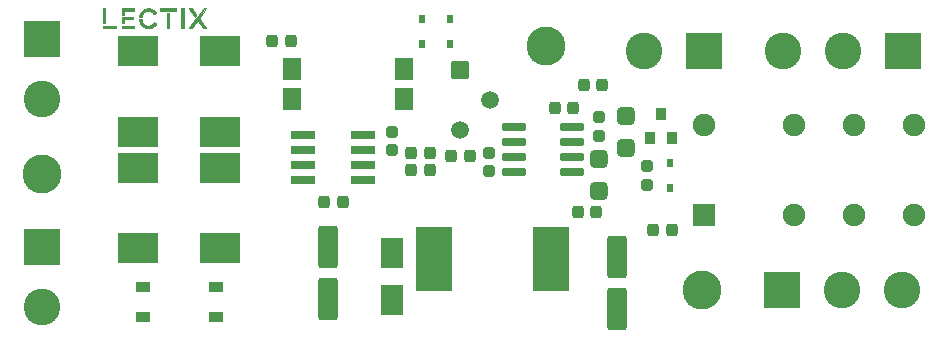
<source format=gts>
G04 #@! TF.GenerationSoftware,KiCad,Pcbnew,6.0.9-8da3e8f707~116~ubuntu20.04.1*
G04 #@! TF.CreationDate,2023-03-26T15:22:19+00:00*
G04 #@! TF.ProjectId,LEC000043,4c454330-3030-4303-9433-2e6b69636164,rev?*
G04 #@! TF.SameCoordinates,Original*
G04 #@! TF.FileFunction,Soldermask,Top*
G04 #@! TF.FilePolarity,Negative*
%FSLAX46Y46*%
G04 Gerber Fmt 4.6, Leading zero omitted, Abs format (unit mm)*
G04 Created by KiCad (PCBNEW 6.0.9-8da3e8f707~116~ubuntu20.04.1) date 2023-03-26 15:22:19*
%MOMM*%
%LPD*%
G01*
G04 APERTURE LIST*
G04 Aperture macros list*
%AMRoundRect*
0 Rectangle with rounded corners*
0 $1 Rounding radius*
0 $2 $3 $4 $5 $6 $7 $8 $9 X,Y pos of 4 corners*
0 Add a 4 corners polygon primitive as box body*
4,1,4,$2,$3,$4,$5,$6,$7,$8,$9,$2,$3,0*
0 Add four circle primitives for the rounded corners*
1,1,$1+$1,$2,$3*
1,1,$1+$1,$4,$5*
1,1,$1+$1,$6,$7*
1,1,$1+$1,$8,$9*
0 Add four rect primitives between the rounded corners*
20,1,$1+$1,$2,$3,$4,$5,0*
20,1,$1+$1,$4,$5,$6,$7,0*
20,1,$1+$1,$6,$7,$8,$9,0*
20,1,$1+$1,$8,$9,$2,$3,0*%
G04 Aperture macros list end*
%ADD10C,0.010000*%
%ADD11RoundRect,0.269750X0.218750X0.256250X-0.218750X0.256250X-0.218750X-0.256250X0.218750X-0.256250X0*%
%ADD12RoundRect,0.300600X-0.550400X1.500400X-0.550400X-1.500400X0.550400X-1.500400X0.550400X1.500400X0*%
%ADD13RoundRect,0.051000X0.225000X-0.300000X0.225000X0.300000X-0.225000X0.300000X-0.225000X-0.300000X0*%
%ADD14RoundRect,0.051000X-1.650000X-1.250000X1.650000X-1.250000X1.650000X1.250000X-1.650000X1.250000X0*%
%ADD15RoundRect,0.051000X1.650000X1.250000X-1.650000X1.250000X-1.650000X-1.250000X1.650000X-1.250000X0*%
%ADD16RoundRect,0.051000X-0.900000X1.250000X-0.900000X-1.250000X0.900000X-1.250000X0.900000X1.250000X0*%
%ADD17RoundRect,0.269750X0.256250X-0.218750X0.256250X0.218750X-0.256250X0.218750X-0.256250X-0.218750X0*%
%ADD18RoundRect,0.051000X1.500000X1.500000X-1.500000X1.500000X-1.500000X-1.500000X1.500000X-1.500000X0*%
%ADD19C,3.102000*%
%ADD20RoundRect,0.051000X-1.500000X1.500000X-1.500000X-1.500000X1.500000X-1.500000X1.500000X1.500000X0*%
%ADD21RoundRect,0.051000X-1.500000X-1.500000X1.500000X-1.500000X1.500000X1.500000X-1.500000X1.500000X0*%
%ADD22RoundRect,0.269750X-0.218750X-0.256250X0.218750X-0.256250X0.218750X0.256250X-0.218750X0.256250X0*%
%ADD23RoundRect,0.051000X-0.750000X-0.890000X0.750000X-0.890000X0.750000X0.890000X-0.750000X0.890000X0*%
%ADD24RoundRect,0.213500X0.825000X0.162500X-0.825000X0.162500X-0.825000X-0.162500X0.825000X-0.162500X0*%
%ADD25C,1.902000*%
%ADD26RoundRect,0.051000X0.900000X-0.900000X0.900000X0.900000X-0.900000X0.900000X-0.900000X-0.900000X0*%
%ADD27C,3.302000*%
%ADD28RoundRect,0.300999X-0.425001X0.450001X-0.425001X-0.450001X0.425001X-0.450001X0.425001X0.450001X0*%
%ADD29RoundRect,0.269750X-0.256250X0.218750X-0.256250X-0.218750X0.256250X-0.218750X0.256250X0.218750X0*%
%ADD30RoundRect,0.201000X-0.825000X-0.150000X0.825000X-0.150000X0.825000X0.150000X-0.825000X0.150000X0*%
%ADD31RoundRect,0.051000X1.450000X2.700000X-1.450000X2.700000X-1.450000X-2.700000X1.450000X-2.700000X0*%
%ADD32RoundRect,0.051000X0.500000X0.400000X-0.500000X0.400000X-0.500000X-0.400000X0.500000X-0.400000X0*%
%ADD33RoundRect,0.051000X-0.700000X0.700000X-0.700000X-0.700000X0.700000X-0.700000X0.700000X0.700000X0*%
%ADD34C,1.502000*%
%ADD35RoundRect,0.300600X0.550400X-1.500400X0.550400X1.500400X-0.550400X1.500400X-0.550400X-1.500400X0*%
%ADD36RoundRect,0.051000X0.400000X-0.450000X0.400000X0.450000X-0.400000X0.450000X-0.400000X-0.450000X0*%
%ADD37RoundRect,0.051000X-0.225000X0.300000X-0.225000X-0.300000X0.225000X-0.300000X0.225000X0.300000X0*%
%ADD38RoundRect,0.276000X-0.250000X0.225000X-0.250000X-0.225000X0.250000X-0.225000X0.250000X0.225000X0*%
G04 APERTURE END LIST*
G04 #@! TO.C,LOGO1*
G36*
X12368133Y30728885D02*
G01*
X12389873Y30728102D01*
X12408400Y30726865D01*
X12416804Y30725987D01*
X12478460Y30715889D01*
X12538406Y30701142D01*
X12596426Y30681880D01*
X12652304Y30658240D01*
X12705825Y30630358D01*
X12756774Y30598368D01*
X12804936Y30562408D01*
X12850095Y30522612D01*
X12892035Y30479116D01*
X12930541Y30432056D01*
X12965399Y30381567D01*
X12966677Y30379538D01*
X12972874Y30369396D01*
X12977797Y30360824D01*
X12980956Y30354716D01*
X12981857Y30351966D01*
X12981851Y30351954D01*
X12979540Y30350206D01*
X12973508Y30346064D01*
X12964300Y30339884D01*
X12952465Y30332024D01*
X12938551Y30322841D01*
X12923105Y30312692D01*
X12906674Y30301934D01*
X12889807Y30290925D01*
X12873051Y30280021D01*
X12856953Y30269581D01*
X12842062Y30259961D01*
X12828924Y30251518D01*
X12818089Y30244610D01*
X12810102Y30239593D01*
X12805512Y30236826D01*
X12804718Y30236416D01*
X12801892Y30237282D01*
X12797829Y30241905D01*
X12792229Y30250661D01*
X12789108Y30256086D01*
X12772013Y30283572D01*
X12751351Y30311998D01*
X12728153Y30340148D01*
X12703452Y30366803D01*
X12678280Y30390746D01*
X12666404Y30400860D01*
X12625770Y30430828D01*
X12582171Y30456873D01*
X12536120Y30478774D01*
X12488132Y30496310D01*
X12438721Y30509260D01*
X12398376Y30516187D01*
X12376870Y30518232D01*
X12352145Y30519278D01*
X12325684Y30519363D01*
X12298969Y30518520D01*
X12273481Y30516786D01*
X12250703Y30514196D01*
X12239750Y30512397D01*
X12189210Y30500392D01*
X12140699Y30483901D01*
X12094458Y30463143D01*
X12050728Y30438334D01*
X12009750Y30409692D01*
X11971765Y30377434D01*
X11937014Y30341777D01*
X11905738Y30302938D01*
X11878176Y30261136D01*
X11854572Y30216587D01*
X11835164Y30169508D01*
X11825123Y30138379D01*
X11814480Y30093948D01*
X11807852Y30047895D01*
X11805356Y30009855D01*
X11803952Y29968580D01*
X11582955Y29968580D01*
X11584431Y30013665D01*
X11588875Y30073235D01*
X11598163Y30131781D01*
X11612120Y30189055D01*
X11630567Y30244808D01*
X11653329Y30298794D01*
X11680230Y30350761D01*
X11711092Y30400463D01*
X11745740Y30447651D01*
X11783997Y30492077D01*
X11825686Y30533490D01*
X11870632Y30571645D01*
X11918657Y30606291D01*
X11969585Y30637180D01*
X12023240Y30664064D01*
X12056124Y30677954D01*
X12109001Y30696535D01*
X12163713Y30711237D01*
X12221129Y30722284D01*
X12236464Y30724566D01*
X12252643Y30726312D01*
X12272706Y30727661D01*
X12295468Y30728601D01*
X12319749Y30729125D01*
X12344365Y30729223D01*
X12368133Y30728885D01*
G37*
D10*
X12368133Y30728885D02*
X12389873Y30728102D01*
X12408400Y30726865D01*
X12416804Y30725987D01*
X12478460Y30715889D01*
X12538406Y30701142D01*
X12596426Y30681880D01*
X12652304Y30658240D01*
X12705825Y30630358D01*
X12756774Y30598368D01*
X12804936Y30562408D01*
X12850095Y30522612D01*
X12892035Y30479116D01*
X12930541Y30432056D01*
X12965399Y30381567D01*
X12966677Y30379538D01*
X12972874Y30369396D01*
X12977797Y30360824D01*
X12980956Y30354716D01*
X12981857Y30351966D01*
X12981851Y30351954D01*
X12979540Y30350206D01*
X12973508Y30346064D01*
X12964300Y30339884D01*
X12952465Y30332024D01*
X12938551Y30322841D01*
X12923105Y30312692D01*
X12906674Y30301934D01*
X12889807Y30290925D01*
X12873051Y30280021D01*
X12856953Y30269581D01*
X12842062Y30259961D01*
X12828924Y30251518D01*
X12818089Y30244610D01*
X12810102Y30239593D01*
X12805512Y30236826D01*
X12804718Y30236416D01*
X12801892Y30237282D01*
X12797829Y30241905D01*
X12792229Y30250661D01*
X12789108Y30256086D01*
X12772013Y30283572D01*
X12751351Y30311998D01*
X12728153Y30340148D01*
X12703452Y30366803D01*
X12678280Y30390746D01*
X12666404Y30400860D01*
X12625770Y30430828D01*
X12582171Y30456873D01*
X12536120Y30478774D01*
X12488132Y30496310D01*
X12438721Y30509260D01*
X12398376Y30516187D01*
X12376870Y30518232D01*
X12352145Y30519278D01*
X12325684Y30519363D01*
X12298969Y30518520D01*
X12273481Y30516786D01*
X12250703Y30514196D01*
X12239750Y30512397D01*
X12189210Y30500392D01*
X12140699Y30483901D01*
X12094458Y30463143D01*
X12050728Y30438334D01*
X12009750Y30409692D01*
X11971765Y30377434D01*
X11937014Y30341777D01*
X11905738Y30302938D01*
X11878176Y30261136D01*
X11854572Y30216587D01*
X11835164Y30169508D01*
X11825123Y30138379D01*
X11814480Y30093948D01*
X11807852Y30047895D01*
X11805356Y30009855D01*
X11803952Y29968580D01*
X11582955Y29968580D01*
X11584431Y30013665D01*
X11588875Y30073235D01*
X11598163Y30131781D01*
X11612120Y30189055D01*
X11630567Y30244808D01*
X11653329Y30298794D01*
X11680230Y30350761D01*
X11711092Y30400463D01*
X11745740Y30447651D01*
X11783997Y30492077D01*
X11825686Y30533490D01*
X11870632Y30571645D01*
X11918657Y30606291D01*
X11969585Y30637180D01*
X12023240Y30664064D01*
X12056124Y30677954D01*
X12109001Y30696535D01*
X12163713Y30711237D01*
X12221129Y30722284D01*
X12236464Y30724566D01*
X12252643Y30726312D01*
X12272706Y30727661D01*
X12295468Y30728601D01*
X12319749Y30729125D01*
X12344365Y30729223D01*
X12368133Y30728885D01*
G36*
X15360664Y29054180D02*
G01*
X15139684Y29054180D01*
X15139684Y30725500D01*
X15360664Y30725500D01*
X15360664Y29054180D01*
G37*
X15360664Y29054180D02*
X15139684Y29054180D01*
X15139684Y30725500D01*
X15360664Y30725500D01*
X15360664Y29054180D01*
G36*
X16002892Y30725500D02*
G01*
X16208193Y30442956D01*
X16232723Y30409165D01*
X16256417Y30376463D01*
X16279104Y30345091D01*
X16300613Y30315286D01*
X16320772Y30287289D01*
X16339411Y30261337D01*
X16356359Y30237671D01*
X16371444Y30216530D01*
X16384495Y30198152D01*
X16395342Y30182777D01*
X16403813Y30170644D01*
X16409738Y30161991D01*
X16412945Y30157058D01*
X16413494Y30155979D01*
X16412053Y30152999D01*
X16408001Y30146561D01*
X16401741Y30137221D01*
X16393679Y30125539D01*
X16384217Y30112072D01*
X16373762Y30097378D01*
X16362717Y30082016D01*
X16351486Y30066543D01*
X16340475Y30051517D01*
X16330086Y30037496D01*
X16320725Y30025038D01*
X16312796Y30014702D01*
X16306703Y30007045D01*
X16302851Y30002625D01*
X16301734Y30001753D01*
X16299995Y30003777D01*
X16295428Y30009705D01*
X16288188Y30019329D01*
X16278426Y30032439D01*
X16266297Y30048826D01*
X16251953Y30068281D01*
X16235549Y30090595D01*
X16217237Y30115558D01*
X16197171Y30142963D01*
X16175503Y30172598D01*
X16152389Y30204257D01*
X16127980Y30237728D01*
X16102430Y30272804D01*
X16075892Y30309276D01*
X16048520Y30346933D01*
X16040114Y30358507D01*
X16012482Y30396555D01*
X15985631Y30433532D01*
X15959713Y30469228D01*
X15934884Y30503428D01*
X15911298Y30535919D01*
X15889110Y30566489D01*
X15868473Y30594925D01*
X15849542Y30621015D01*
X15832472Y30644544D01*
X15817417Y30665301D01*
X15804532Y30683073D01*
X15793971Y30697646D01*
X15785888Y30708808D01*
X15780438Y30716346D01*
X15777775Y30720048D01*
X15777549Y30720370D01*
X15776801Y30721583D01*
X15776639Y30722588D01*
X15777487Y30723405D01*
X15779768Y30724053D01*
X15783905Y30724551D01*
X15790323Y30724919D01*
X15799446Y30725177D01*
X15811696Y30725345D01*
X15827497Y30725441D01*
X15847273Y30725486D01*
X15871449Y30725500D01*
X15888478Y30725501D01*
X16002892Y30725500D01*
G37*
X16002892Y30725500D02*
X16208193Y30442956D01*
X16232723Y30409165D01*
X16256417Y30376463D01*
X16279104Y30345091D01*
X16300613Y30315286D01*
X16320772Y30287289D01*
X16339411Y30261337D01*
X16356359Y30237671D01*
X16371444Y30216530D01*
X16384495Y30198152D01*
X16395342Y30182777D01*
X16403813Y30170644D01*
X16409738Y30161991D01*
X16412945Y30157058D01*
X16413494Y30155979D01*
X16412053Y30152999D01*
X16408001Y30146561D01*
X16401741Y30137221D01*
X16393679Y30125539D01*
X16384217Y30112072D01*
X16373762Y30097378D01*
X16362717Y30082016D01*
X16351486Y30066543D01*
X16340475Y30051517D01*
X16330086Y30037496D01*
X16320725Y30025038D01*
X16312796Y30014702D01*
X16306703Y30007045D01*
X16302851Y30002625D01*
X16301734Y30001753D01*
X16299995Y30003777D01*
X16295428Y30009705D01*
X16288188Y30019329D01*
X16278426Y30032439D01*
X16266297Y30048826D01*
X16251953Y30068281D01*
X16235549Y30090595D01*
X16217237Y30115558D01*
X16197171Y30142963D01*
X16175503Y30172598D01*
X16152389Y30204257D01*
X16127980Y30237728D01*
X16102430Y30272804D01*
X16075892Y30309276D01*
X16048520Y30346933D01*
X16040114Y30358507D01*
X16012482Y30396555D01*
X15985631Y30433532D01*
X15959713Y30469228D01*
X15934884Y30503428D01*
X15911298Y30535919D01*
X15889110Y30566489D01*
X15868473Y30594925D01*
X15849542Y30621015D01*
X15832472Y30644544D01*
X15817417Y30665301D01*
X15804532Y30683073D01*
X15793971Y30697646D01*
X15785888Y30708808D01*
X15780438Y30716346D01*
X15777775Y30720048D01*
X15777549Y30720370D01*
X15776801Y30721583D01*
X15776639Y30722588D01*
X15777487Y30723405D01*
X15779768Y30724053D01*
X15783905Y30724551D01*
X15790323Y30724919D01*
X15799446Y30725177D01*
X15811696Y30725345D01*
X15827497Y30725441D01*
X15847273Y30725486D01*
X15871449Y30725500D01*
X15888478Y30725501D01*
X16002892Y30725500D01*
G36*
X11174744Y29046560D02*
G01*
X10082544Y29046560D01*
X10082544Y29270080D01*
X11174744Y29270080D01*
X11174744Y29046560D01*
G37*
X11174744Y29046560D02*
X10082544Y29046560D01*
X10082544Y29270080D01*
X11174744Y29270080D01*
X11174744Y29046560D01*
G36*
X8703324Y29447880D02*
G01*
X8482344Y29447880D01*
X8482344Y30722960D01*
X8703324Y30722960D01*
X8703324Y29447880D01*
G37*
X8703324Y29447880D02*
X8482344Y29447880D01*
X8482344Y30722960D01*
X8703324Y30722960D01*
X8703324Y29447880D01*
G36*
X11800326Y29764745D02*
G01*
X11805044Y29715358D01*
X11814638Y29666609D01*
X11828912Y29618874D01*
X11847667Y29572528D01*
X11870708Y29527945D01*
X11897837Y29485500D01*
X11928857Y29445568D01*
X11963572Y29408524D01*
X12001784Y29374742D01*
X12007864Y29369934D01*
X12047962Y29341807D01*
X12091269Y29317246D01*
X12137138Y29296509D01*
X12184923Y29279853D01*
X12233978Y29267534D01*
X12283657Y29259809D01*
X12284985Y29259669D01*
X12306341Y29258188D01*
X12330936Y29257723D01*
X12357094Y29258216D01*
X12383140Y29259607D01*
X12407399Y29261839D01*
X12426964Y29264631D01*
X12477344Y29276032D01*
X12526095Y29291989D01*
X12572897Y29312278D01*
X12617430Y29336674D01*
X12659371Y29364950D01*
X12698401Y29396881D01*
X12734199Y29432243D01*
X12766445Y29470811D01*
X12794817Y29512358D01*
X12805383Y29530430D01*
X12809688Y29538134D01*
X12812901Y29543838D01*
X12814343Y29546340D01*
X12814352Y29546352D01*
X12816642Y29545411D01*
X12822890Y29542414D01*
X12832546Y29537644D01*
X12845058Y29531383D01*
X12859874Y29523913D01*
X12876442Y29515516D01*
X12894212Y29506474D01*
X12912633Y29497070D01*
X12931151Y29487586D01*
X12949216Y29478303D01*
X12966277Y29469504D01*
X12981781Y29461470D01*
X12995178Y29454485D01*
X13005916Y29448830D01*
X13013443Y29444788D01*
X13017208Y29442640D01*
X13017503Y29442426D01*
X13018266Y29440524D01*
X13017574Y29437136D01*
X13015160Y29431754D01*
X13010753Y29423870D01*
X13004085Y29412978D01*
X12994887Y29398568D01*
X12991456Y29393270D01*
X12955669Y29342753D01*
X12916157Y29295544D01*
X12873177Y29251819D01*
X12826985Y29211755D01*
X12777839Y29175527D01*
X12725995Y29143310D01*
X12671710Y29115281D01*
X12615241Y29091614D01*
X12556846Y29072487D01*
X12503310Y29059392D01*
X12482375Y29055285D01*
X12463231Y29052063D01*
X12444710Y29049613D01*
X12425645Y29047823D01*
X12404868Y29046581D01*
X12381210Y29045774D01*
X12357114Y29045335D01*
X12338889Y29045140D01*
X12321995Y29045040D01*
X12307205Y29045034D01*
X12295291Y29045120D01*
X12287027Y29045296D01*
X12283454Y29045515D01*
X12277566Y29046259D01*
X12268234Y29047370D01*
X12257062Y29048659D01*
X12251704Y29049265D01*
X12195927Y29057953D01*
X12139931Y29071426D01*
X12084325Y29089455D01*
X12029718Y29111812D01*
X11976721Y29138269D01*
X11925943Y29168599D01*
X11917694Y29174045D01*
X11887722Y29194902D01*
X11860968Y29215347D01*
X11835866Y29236683D01*
X11810851Y29260210D01*
X11795642Y29275499D01*
X11753444Y29322344D01*
X11715540Y29371821D01*
X11682010Y29423764D01*
X11652938Y29478006D01*
X11628406Y29534382D01*
X11608498Y29592726D01*
X11593295Y29652871D01*
X11585111Y29698523D01*
X11583904Y29707739D01*
X11582501Y29720190D01*
X11581011Y29734693D01*
X11579542Y29750063D01*
X11578205Y29765115D01*
X11577109Y29778666D01*
X11576362Y29789530D01*
X11576074Y29796495D01*
X11578526Y29796893D01*
X11585545Y29797262D01*
X11596616Y29797595D01*
X11611228Y29797881D01*
X11628865Y29798114D01*
X11649015Y29798283D01*
X11671165Y29798380D01*
X11687443Y29798400D01*
X11798823Y29798400D01*
X11800326Y29764745D01*
G37*
X11800326Y29764745D02*
X11805044Y29715358D01*
X11814638Y29666609D01*
X11828912Y29618874D01*
X11847667Y29572528D01*
X11870708Y29527945D01*
X11897837Y29485500D01*
X11928857Y29445568D01*
X11963572Y29408524D01*
X12001784Y29374742D01*
X12007864Y29369934D01*
X12047962Y29341807D01*
X12091269Y29317246D01*
X12137138Y29296509D01*
X12184923Y29279853D01*
X12233978Y29267534D01*
X12283657Y29259809D01*
X12284985Y29259669D01*
X12306341Y29258188D01*
X12330936Y29257723D01*
X12357094Y29258216D01*
X12383140Y29259607D01*
X12407399Y29261839D01*
X12426964Y29264631D01*
X12477344Y29276032D01*
X12526095Y29291989D01*
X12572897Y29312278D01*
X12617430Y29336674D01*
X12659371Y29364950D01*
X12698401Y29396881D01*
X12734199Y29432243D01*
X12766445Y29470811D01*
X12794817Y29512358D01*
X12805383Y29530430D01*
X12809688Y29538134D01*
X12812901Y29543838D01*
X12814343Y29546340D01*
X12814352Y29546352D01*
X12816642Y29545411D01*
X12822890Y29542414D01*
X12832546Y29537644D01*
X12845058Y29531383D01*
X12859874Y29523913D01*
X12876442Y29515516D01*
X12894212Y29506474D01*
X12912633Y29497070D01*
X12931151Y29487586D01*
X12949216Y29478303D01*
X12966277Y29469504D01*
X12981781Y29461470D01*
X12995178Y29454485D01*
X13005916Y29448830D01*
X13013443Y29444788D01*
X13017208Y29442640D01*
X13017503Y29442426D01*
X13018266Y29440524D01*
X13017574Y29437136D01*
X13015160Y29431754D01*
X13010753Y29423870D01*
X13004085Y29412978D01*
X12994887Y29398568D01*
X12991456Y29393270D01*
X12955669Y29342753D01*
X12916157Y29295544D01*
X12873177Y29251819D01*
X12826985Y29211755D01*
X12777839Y29175527D01*
X12725995Y29143310D01*
X12671710Y29115281D01*
X12615241Y29091614D01*
X12556846Y29072487D01*
X12503310Y29059392D01*
X12482375Y29055285D01*
X12463231Y29052063D01*
X12444710Y29049613D01*
X12425645Y29047823D01*
X12404868Y29046581D01*
X12381210Y29045774D01*
X12357114Y29045335D01*
X12338889Y29045140D01*
X12321995Y29045040D01*
X12307205Y29045034D01*
X12295291Y29045120D01*
X12287027Y29045296D01*
X12283454Y29045515D01*
X12277566Y29046259D01*
X12268234Y29047370D01*
X12257062Y29048659D01*
X12251704Y29049265D01*
X12195927Y29057953D01*
X12139931Y29071426D01*
X12084325Y29089455D01*
X12029718Y29111812D01*
X11976721Y29138269D01*
X11925943Y29168599D01*
X11917694Y29174045D01*
X11887722Y29194902D01*
X11860968Y29215347D01*
X11835866Y29236683D01*
X11810851Y29260210D01*
X11795642Y29275499D01*
X11753444Y29322344D01*
X11715540Y29371821D01*
X11682010Y29423764D01*
X11652938Y29478006D01*
X11628406Y29534382D01*
X11608498Y29592726D01*
X11593295Y29652871D01*
X11585111Y29698523D01*
X11583904Y29707739D01*
X11582501Y29720190D01*
X11581011Y29734693D01*
X11579542Y29750063D01*
X11578205Y29765115D01*
X11577109Y29778666D01*
X11576362Y29789530D01*
X11576074Y29796495D01*
X11578526Y29796893D01*
X11585545Y29797262D01*
X11596616Y29797595D01*
X11611228Y29797881D01*
X11628865Y29798114D01*
X11649015Y29798283D01*
X11671165Y29798380D01*
X11687443Y29798400D01*
X11798823Y29798400D01*
X11800326Y29764745D01*
G36*
X17118228Y30719908D02*
G01*
X17136774Y30719812D01*
X17250220Y30719150D01*
X16944072Y30300817D01*
X16913988Y30259702D01*
X16884711Y30219675D01*
X16856382Y30180931D01*
X16829141Y30143662D01*
X16803130Y30108060D01*
X16778490Y30074320D01*
X16755360Y30042634D01*
X16733881Y30013194D01*
X16714195Y29986194D01*
X16696442Y29961828D01*
X16680763Y29940287D01*
X16667298Y29921764D01*
X16656189Y29906454D01*
X16647575Y29894548D01*
X16641598Y29886240D01*
X16638398Y29881723D01*
X16637870Y29880913D01*
X16639331Y29878731D01*
X16643631Y29872630D01*
X16650627Y29862808D01*
X16660180Y29849459D01*
X16672148Y29832780D01*
X16686389Y29812968D01*
X16702762Y29790217D01*
X16721126Y29764725D01*
X16741340Y29736686D01*
X16763261Y29706299D01*
X16786749Y29673757D01*
X16811663Y29639258D01*
X16837862Y29602997D01*
X16865203Y29565171D01*
X16893546Y29525975D01*
X16922749Y29485605D01*
X16934595Y29469234D01*
X16964114Y29428436D01*
X16992837Y29388726D01*
X17020623Y29350299D01*
X17047329Y29313353D01*
X17072813Y29278084D01*
X17096934Y29244690D01*
X17119550Y29213365D01*
X17140519Y29184308D01*
X17159699Y29157715D01*
X17176949Y29133782D01*
X17192126Y29112707D01*
X17205088Y29094685D01*
X17215694Y29079914D01*
X17223802Y29068589D01*
X17229270Y29060909D01*
X17231957Y29057068D01*
X17232220Y29056653D01*
X17229940Y29056019D01*
X17222746Y29055478D01*
X17210802Y29055031D01*
X17194273Y29054683D01*
X17173324Y29054437D01*
X17148120Y29054297D01*
X17119190Y29054266D01*
X17005314Y29054351D01*
X16764014Y29388220D01*
X16737450Y29424963D01*
X16711689Y29460574D01*
X16686889Y29494837D01*
X16663207Y29527534D01*
X16640800Y29558450D01*
X16619826Y29587368D01*
X16600441Y29614071D01*
X16582804Y29638342D01*
X16567071Y29659966D01*
X16553399Y29678726D01*
X16541947Y29694404D01*
X16532872Y29706785D01*
X16526330Y29715653D01*
X16522480Y29720789D01*
X16521444Y29722067D01*
X16519830Y29720050D01*
X16515379Y29714146D01*
X16508248Y29704573D01*
X16498598Y29691545D01*
X16486585Y29675278D01*
X16472371Y29655990D01*
X16456112Y29633894D01*
X16437968Y29609209D01*
X16418097Y29582149D01*
X16396658Y29552930D01*
X16373811Y29521769D01*
X16349713Y29488881D01*
X16324524Y29454482D01*
X16298401Y29418789D01*
X16277604Y29390356D01*
X16250849Y29353786D01*
X16224889Y29318333D01*
X16199885Y29284214D01*
X16175996Y29251645D01*
X16153382Y29220844D01*
X16132203Y29192027D01*
X16112617Y29165411D01*
X16094787Y29141213D01*
X16078870Y29119650D01*
X16065026Y29100939D01*
X16053417Y29085296D01*
X16044200Y29072939D01*
X16037537Y29064084D01*
X16033586Y29058949D01*
X16032494Y29057665D01*
X16029498Y29057471D01*
X16021949Y29057320D01*
X16010374Y29057211D01*
X15995299Y29057147D01*
X15977251Y29057130D01*
X15956757Y29057161D01*
X15934343Y29057241D01*
X15917572Y29057328D01*
X15805191Y29057990D01*
X16411149Y29886030D01*
X16453641Y29944093D01*
X16495381Y30001122D01*
X16536267Y30056981D01*
X16576200Y30111531D01*
X16615078Y30164637D01*
X16652802Y30216161D01*
X16689271Y30265964D01*
X16724383Y30313911D01*
X16758039Y30359864D01*
X16790138Y30403686D01*
X16820579Y30445239D01*
X16849262Y30484386D01*
X16876086Y30520989D01*
X16900951Y30554913D01*
X16923756Y30586019D01*
X16944401Y30614169D01*
X16962784Y30639228D01*
X16978806Y30661057D01*
X16992365Y30679519D01*
X17003361Y30694478D01*
X17011695Y30705795D01*
X17017264Y30713333D01*
X17019969Y30716956D01*
X17020218Y30717272D01*
X17022053Y30718064D01*
X17026117Y30718708D01*
X17032784Y30719211D01*
X17042428Y30719582D01*
X17055421Y30719829D01*
X17072136Y30719961D01*
X17092948Y30719984D01*
X17118228Y30719908D01*
G37*
X17118228Y30719908D02*
X17136774Y30719812D01*
X17250220Y30719150D01*
X16944072Y30300817D01*
X16913988Y30259702D01*
X16884711Y30219675D01*
X16856382Y30180931D01*
X16829141Y30143662D01*
X16803130Y30108060D01*
X16778490Y30074320D01*
X16755360Y30042634D01*
X16733881Y30013194D01*
X16714195Y29986194D01*
X16696442Y29961828D01*
X16680763Y29940287D01*
X16667298Y29921764D01*
X16656189Y29906454D01*
X16647575Y29894548D01*
X16641598Y29886240D01*
X16638398Y29881723D01*
X16637870Y29880913D01*
X16639331Y29878731D01*
X16643631Y29872630D01*
X16650627Y29862808D01*
X16660180Y29849459D01*
X16672148Y29832780D01*
X16686389Y29812968D01*
X16702762Y29790217D01*
X16721126Y29764725D01*
X16741340Y29736686D01*
X16763261Y29706299D01*
X16786749Y29673757D01*
X16811663Y29639258D01*
X16837862Y29602997D01*
X16865203Y29565171D01*
X16893546Y29525975D01*
X16922749Y29485605D01*
X16934595Y29469234D01*
X16964114Y29428436D01*
X16992837Y29388726D01*
X17020623Y29350299D01*
X17047329Y29313353D01*
X17072813Y29278084D01*
X17096934Y29244690D01*
X17119550Y29213365D01*
X17140519Y29184308D01*
X17159699Y29157715D01*
X17176949Y29133782D01*
X17192126Y29112707D01*
X17205088Y29094685D01*
X17215694Y29079914D01*
X17223802Y29068589D01*
X17229270Y29060909D01*
X17231957Y29057068D01*
X17232220Y29056653D01*
X17229940Y29056019D01*
X17222746Y29055478D01*
X17210802Y29055031D01*
X17194273Y29054683D01*
X17173324Y29054437D01*
X17148120Y29054297D01*
X17119190Y29054266D01*
X17005314Y29054351D01*
X16764014Y29388220D01*
X16737450Y29424963D01*
X16711689Y29460574D01*
X16686889Y29494837D01*
X16663207Y29527534D01*
X16640800Y29558450D01*
X16619826Y29587368D01*
X16600441Y29614071D01*
X16582804Y29638342D01*
X16567071Y29659966D01*
X16553399Y29678726D01*
X16541947Y29694404D01*
X16532872Y29706785D01*
X16526330Y29715653D01*
X16522480Y29720789D01*
X16521444Y29722067D01*
X16519830Y29720050D01*
X16515379Y29714146D01*
X16508248Y29704573D01*
X16498598Y29691545D01*
X16486585Y29675278D01*
X16472371Y29655990D01*
X16456112Y29633894D01*
X16437968Y29609209D01*
X16418097Y29582149D01*
X16396658Y29552930D01*
X16373811Y29521769D01*
X16349713Y29488881D01*
X16324524Y29454482D01*
X16298401Y29418789D01*
X16277604Y29390356D01*
X16250849Y29353786D01*
X16224889Y29318333D01*
X16199885Y29284214D01*
X16175996Y29251645D01*
X16153382Y29220844D01*
X16132203Y29192027D01*
X16112617Y29165411D01*
X16094787Y29141213D01*
X16078870Y29119650D01*
X16065026Y29100939D01*
X16053417Y29085296D01*
X16044200Y29072939D01*
X16037537Y29064084D01*
X16033586Y29058949D01*
X16032494Y29057665D01*
X16029498Y29057471D01*
X16021949Y29057320D01*
X16010374Y29057211D01*
X15995299Y29057147D01*
X15977251Y29057130D01*
X15956757Y29057161D01*
X15934343Y29057241D01*
X15917572Y29057328D01*
X15805191Y29057990D01*
X16411149Y29886030D01*
X16453641Y29944093D01*
X16495381Y30001122D01*
X16536267Y30056981D01*
X16576200Y30111531D01*
X16615078Y30164637D01*
X16652802Y30216161D01*
X16689271Y30265964D01*
X16724383Y30313911D01*
X16758039Y30359864D01*
X16790138Y30403686D01*
X16820579Y30445239D01*
X16849262Y30484386D01*
X16876086Y30520989D01*
X16900951Y30554913D01*
X16923756Y30586019D01*
X16944401Y30614169D01*
X16962784Y30639228D01*
X16978806Y30661057D01*
X16992365Y30679519D01*
X17003361Y30694478D01*
X17011695Y30705795D01*
X17017264Y30713333D01*
X17019969Y30716956D01*
X17020218Y30717272D01*
X17022053Y30718064D01*
X17026117Y30718708D01*
X17032784Y30719211D01*
X17042428Y30719582D01*
X17055421Y30719829D01*
X17072136Y30719961D01*
X17092948Y30719984D01*
X17118228Y30719908D01*
G36*
X11174744Y30512140D02*
G01*
X10300984Y30512140D01*
X10300984Y30199720D01*
X10077464Y30199720D01*
X10077464Y30733120D01*
X11174744Y30733120D01*
X11174744Y30512140D01*
G37*
X11174744Y30512140D02*
X10300984Y30512140D01*
X10300984Y30199720D01*
X10077464Y30199720D01*
X10077464Y30733120D01*
X11174744Y30733120D01*
X11174744Y30512140D01*
G36*
X14692644Y30504520D02*
G01*
X13323584Y30504520D01*
X13323584Y30725500D01*
X14692644Y30725500D01*
X14692644Y30504520D01*
G37*
X14692644Y30504520D02*
X13323584Y30504520D01*
X13323584Y30725500D01*
X14692644Y30725500D01*
X14692644Y30504520D01*
G36*
X11060444Y29790780D02*
G01*
X10300984Y29790780D01*
X10300984Y29447880D01*
X10080004Y29447880D01*
X10080004Y30014300D01*
X11060444Y30014300D01*
X11060444Y29790780D01*
G37*
X11060444Y29790780D02*
X10300984Y29790780D01*
X10300984Y29447880D01*
X10080004Y29447880D01*
X10080004Y30014300D01*
X11060444Y30014300D01*
X11060444Y29790780D01*
G36*
X9630424Y29046560D02*
G01*
X8482344Y29046560D01*
X8482344Y29270080D01*
X9630424Y29270080D01*
X9630424Y29046560D01*
G37*
X9630424Y29046560D02*
X8482344Y29046560D01*
X8482344Y29270080D01*
X9630424Y29270080D01*
X9630424Y29046560D01*
G36*
X14113524Y29054180D02*
G01*
X13892544Y29054180D01*
X13892544Y30336880D01*
X14113524Y30336880D01*
X14113524Y29054180D01*
G37*
X14113524Y29054180D02*
X13892544Y29054180D01*
X13892544Y30336880D01*
X14113524Y30336880D01*
X14113524Y29054180D01*
G36*
X12368133Y30728885D02*
G01*
X12389873Y30728102D01*
X12408400Y30726865D01*
X12416804Y30725987D01*
X12478460Y30715889D01*
X12538406Y30701142D01*
X12596426Y30681880D01*
X12652304Y30658240D01*
X12705825Y30630358D01*
X12756774Y30598368D01*
X12804936Y30562408D01*
X12850095Y30522612D01*
X12892035Y30479116D01*
X12930541Y30432056D01*
X12965399Y30381567D01*
X12966677Y30379538D01*
X12972874Y30369396D01*
X12977797Y30360824D01*
X12980956Y30354716D01*
X12981857Y30351966D01*
X12981851Y30351954D01*
X12979540Y30350206D01*
X12973508Y30346064D01*
X12964300Y30339884D01*
X12952465Y30332024D01*
X12938551Y30322841D01*
X12923105Y30312692D01*
X12906674Y30301934D01*
X12889807Y30290925D01*
X12873051Y30280021D01*
X12856953Y30269581D01*
X12842062Y30259961D01*
X12828924Y30251518D01*
X12818089Y30244610D01*
X12810102Y30239593D01*
X12805512Y30236826D01*
X12804718Y30236416D01*
X12801892Y30237282D01*
X12797829Y30241905D01*
X12792229Y30250661D01*
X12789108Y30256086D01*
X12772013Y30283572D01*
X12751351Y30311998D01*
X12728153Y30340148D01*
X12703452Y30366803D01*
X12678280Y30390746D01*
X12666404Y30400860D01*
X12625770Y30430828D01*
X12582171Y30456873D01*
X12536120Y30478774D01*
X12488132Y30496310D01*
X12438721Y30509260D01*
X12398376Y30516187D01*
X12376870Y30518232D01*
X12352145Y30519278D01*
X12325684Y30519363D01*
X12298969Y30518520D01*
X12273481Y30516786D01*
X12250703Y30514196D01*
X12239750Y30512397D01*
X12189210Y30500392D01*
X12140699Y30483901D01*
X12094458Y30463143D01*
X12050728Y30438334D01*
X12009750Y30409692D01*
X11971765Y30377434D01*
X11937014Y30341777D01*
X11905738Y30302938D01*
X11878176Y30261136D01*
X11854572Y30216587D01*
X11835164Y30169508D01*
X11825123Y30138379D01*
X11814480Y30093948D01*
X11807852Y30047895D01*
X11805356Y30009855D01*
X11803952Y29968580D01*
X11582955Y29968580D01*
X11584431Y30013665D01*
X11588875Y30073235D01*
X11598163Y30131781D01*
X11612120Y30189055D01*
X11630567Y30244808D01*
X11653329Y30298794D01*
X11680230Y30350761D01*
X11711092Y30400463D01*
X11745740Y30447651D01*
X11783997Y30492077D01*
X11825686Y30533490D01*
X11870632Y30571645D01*
X11918657Y30606291D01*
X11969585Y30637180D01*
X12023240Y30664064D01*
X12056124Y30677954D01*
X12109001Y30696535D01*
X12163713Y30711237D01*
X12221129Y30722284D01*
X12236464Y30724566D01*
X12252643Y30726312D01*
X12272706Y30727661D01*
X12295468Y30728601D01*
X12319749Y30729125D01*
X12344365Y30729223D01*
X12368133Y30728885D01*
G37*
X12368133Y30728885D02*
X12389873Y30728102D01*
X12408400Y30726865D01*
X12416804Y30725987D01*
X12478460Y30715889D01*
X12538406Y30701142D01*
X12596426Y30681880D01*
X12652304Y30658240D01*
X12705825Y30630358D01*
X12756774Y30598368D01*
X12804936Y30562408D01*
X12850095Y30522612D01*
X12892035Y30479116D01*
X12930541Y30432056D01*
X12965399Y30381567D01*
X12966677Y30379538D01*
X12972874Y30369396D01*
X12977797Y30360824D01*
X12980956Y30354716D01*
X12981857Y30351966D01*
X12981851Y30351954D01*
X12979540Y30350206D01*
X12973508Y30346064D01*
X12964300Y30339884D01*
X12952465Y30332024D01*
X12938551Y30322841D01*
X12923105Y30312692D01*
X12906674Y30301934D01*
X12889807Y30290925D01*
X12873051Y30280021D01*
X12856953Y30269581D01*
X12842062Y30259961D01*
X12828924Y30251518D01*
X12818089Y30244610D01*
X12810102Y30239593D01*
X12805512Y30236826D01*
X12804718Y30236416D01*
X12801892Y30237282D01*
X12797829Y30241905D01*
X12792229Y30250661D01*
X12789108Y30256086D01*
X12772013Y30283572D01*
X12751351Y30311998D01*
X12728153Y30340148D01*
X12703452Y30366803D01*
X12678280Y30390746D01*
X12666404Y30400860D01*
X12625770Y30430828D01*
X12582171Y30456873D01*
X12536120Y30478774D01*
X12488132Y30496310D01*
X12438721Y30509260D01*
X12398376Y30516187D01*
X12376870Y30518232D01*
X12352145Y30519278D01*
X12325684Y30519363D01*
X12298969Y30518520D01*
X12273481Y30516786D01*
X12250703Y30514196D01*
X12239750Y30512397D01*
X12189210Y30500392D01*
X12140699Y30483901D01*
X12094458Y30463143D01*
X12050728Y30438334D01*
X12009750Y30409692D01*
X11971765Y30377434D01*
X11937014Y30341777D01*
X11905738Y30302938D01*
X11878176Y30261136D01*
X11854572Y30216587D01*
X11835164Y30169508D01*
X11825123Y30138379D01*
X11814480Y30093948D01*
X11807852Y30047895D01*
X11805356Y30009855D01*
X11803952Y29968580D01*
X11582955Y29968580D01*
X11584431Y30013665D01*
X11588875Y30073235D01*
X11598163Y30131781D01*
X11612120Y30189055D01*
X11630567Y30244808D01*
X11653329Y30298794D01*
X11680230Y30350761D01*
X11711092Y30400463D01*
X11745740Y30447651D01*
X11783997Y30492077D01*
X11825686Y30533490D01*
X11870632Y30571645D01*
X11918657Y30606291D01*
X11969585Y30637180D01*
X12023240Y30664064D01*
X12056124Y30677954D01*
X12109001Y30696535D01*
X12163713Y30711237D01*
X12221129Y30722284D01*
X12236464Y30724566D01*
X12252643Y30726312D01*
X12272706Y30727661D01*
X12295468Y30728601D01*
X12319749Y30729125D01*
X12344365Y30729223D01*
X12368133Y30728885D01*
G36*
X15360664Y29054180D02*
G01*
X15139684Y29054180D01*
X15139684Y30725500D01*
X15360664Y30725500D01*
X15360664Y29054180D01*
G37*
X15360664Y29054180D02*
X15139684Y29054180D01*
X15139684Y30725500D01*
X15360664Y30725500D01*
X15360664Y29054180D01*
G36*
X16002892Y30725500D02*
G01*
X16208193Y30442956D01*
X16232723Y30409165D01*
X16256417Y30376463D01*
X16279104Y30345091D01*
X16300613Y30315286D01*
X16320772Y30287289D01*
X16339411Y30261337D01*
X16356359Y30237671D01*
X16371444Y30216530D01*
X16384495Y30198152D01*
X16395342Y30182777D01*
X16403813Y30170644D01*
X16409738Y30161991D01*
X16412945Y30157058D01*
X16413494Y30155979D01*
X16412053Y30152999D01*
X16408001Y30146561D01*
X16401741Y30137221D01*
X16393679Y30125539D01*
X16384217Y30112072D01*
X16373762Y30097378D01*
X16362717Y30082016D01*
X16351486Y30066543D01*
X16340475Y30051517D01*
X16330086Y30037496D01*
X16320725Y30025038D01*
X16312796Y30014702D01*
X16306703Y30007045D01*
X16302851Y30002625D01*
X16301734Y30001753D01*
X16299995Y30003777D01*
X16295428Y30009705D01*
X16288188Y30019329D01*
X16278426Y30032439D01*
X16266297Y30048826D01*
X16251953Y30068281D01*
X16235549Y30090595D01*
X16217237Y30115558D01*
X16197171Y30142963D01*
X16175503Y30172598D01*
X16152389Y30204257D01*
X16127980Y30237728D01*
X16102430Y30272804D01*
X16075892Y30309276D01*
X16048520Y30346933D01*
X16040114Y30358507D01*
X16012482Y30396555D01*
X15985631Y30433532D01*
X15959713Y30469228D01*
X15934884Y30503428D01*
X15911298Y30535919D01*
X15889110Y30566489D01*
X15868473Y30594925D01*
X15849542Y30621015D01*
X15832472Y30644544D01*
X15817417Y30665301D01*
X15804532Y30683073D01*
X15793971Y30697646D01*
X15785888Y30708808D01*
X15780438Y30716346D01*
X15777775Y30720048D01*
X15777549Y30720370D01*
X15776801Y30721583D01*
X15776639Y30722588D01*
X15777487Y30723405D01*
X15779768Y30724053D01*
X15783905Y30724551D01*
X15790323Y30724919D01*
X15799446Y30725177D01*
X15811696Y30725345D01*
X15827497Y30725441D01*
X15847273Y30725486D01*
X15871449Y30725500D01*
X15888478Y30725501D01*
X16002892Y30725500D01*
G37*
X16002892Y30725500D02*
X16208193Y30442956D01*
X16232723Y30409165D01*
X16256417Y30376463D01*
X16279104Y30345091D01*
X16300613Y30315286D01*
X16320772Y30287289D01*
X16339411Y30261337D01*
X16356359Y30237671D01*
X16371444Y30216530D01*
X16384495Y30198152D01*
X16395342Y30182777D01*
X16403813Y30170644D01*
X16409738Y30161991D01*
X16412945Y30157058D01*
X16413494Y30155979D01*
X16412053Y30152999D01*
X16408001Y30146561D01*
X16401741Y30137221D01*
X16393679Y30125539D01*
X16384217Y30112072D01*
X16373762Y30097378D01*
X16362717Y30082016D01*
X16351486Y30066543D01*
X16340475Y30051517D01*
X16330086Y30037496D01*
X16320725Y30025038D01*
X16312796Y30014702D01*
X16306703Y30007045D01*
X16302851Y30002625D01*
X16301734Y30001753D01*
X16299995Y30003777D01*
X16295428Y30009705D01*
X16288188Y30019329D01*
X16278426Y30032439D01*
X16266297Y30048826D01*
X16251953Y30068281D01*
X16235549Y30090595D01*
X16217237Y30115558D01*
X16197171Y30142963D01*
X16175503Y30172598D01*
X16152389Y30204257D01*
X16127980Y30237728D01*
X16102430Y30272804D01*
X16075892Y30309276D01*
X16048520Y30346933D01*
X16040114Y30358507D01*
X16012482Y30396555D01*
X15985631Y30433532D01*
X15959713Y30469228D01*
X15934884Y30503428D01*
X15911298Y30535919D01*
X15889110Y30566489D01*
X15868473Y30594925D01*
X15849542Y30621015D01*
X15832472Y30644544D01*
X15817417Y30665301D01*
X15804532Y30683073D01*
X15793971Y30697646D01*
X15785888Y30708808D01*
X15780438Y30716346D01*
X15777775Y30720048D01*
X15777549Y30720370D01*
X15776801Y30721583D01*
X15776639Y30722588D01*
X15777487Y30723405D01*
X15779768Y30724053D01*
X15783905Y30724551D01*
X15790323Y30724919D01*
X15799446Y30725177D01*
X15811696Y30725345D01*
X15827497Y30725441D01*
X15847273Y30725486D01*
X15871449Y30725500D01*
X15888478Y30725501D01*
X16002892Y30725500D01*
G36*
X11174744Y29046560D02*
G01*
X10082544Y29046560D01*
X10082544Y29270080D01*
X11174744Y29270080D01*
X11174744Y29046560D01*
G37*
X11174744Y29046560D02*
X10082544Y29046560D01*
X10082544Y29270080D01*
X11174744Y29270080D01*
X11174744Y29046560D01*
G36*
X8703324Y29447880D02*
G01*
X8482344Y29447880D01*
X8482344Y30722960D01*
X8703324Y30722960D01*
X8703324Y29447880D01*
G37*
X8703324Y29447880D02*
X8482344Y29447880D01*
X8482344Y30722960D01*
X8703324Y30722960D01*
X8703324Y29447880D01*
G36*
X11800326Y29764745D02*
G01*
X11805044Y29715358D01*
X11814638Y29666609D01*
X11828912Y29618874D01*
X11847667Y29572528D01*
X11870708Y29527945D01*
X11897837Y29485500D01*
X11928857Y29445568D01*
X11963572Y29408524D01*
X12001784Y29374742D01*
X12007864Y29369934D01*
X12047962Y29341807D01*
X12091269Y29317246D01*
X12137138Y29296509D01*
X12184923Y29279853D01*
X12233978Y29267534D01*
X12283657Y29259809D01*
X12284985Y29259669D01*
X12306341Y29258188D01*
X12330936Y29257723D01*
X12357094Y29258216D01*
X12383140Y29259607D01*
X12407399Y29261839D01*
X12426964Y29264631D01*
X12477344Y29276032D01*
X12526095Y29291989D01*
X12572897Y29312278D01*
X12617430Y29336674D01*
X12659371Y29364950D01*
X12698401Y29396881D01*
X12734199Y29432243D01*
X12766445Y29470811D01*
X12794817Y29512358D01*
X12805383Y29530430D01*
X12809688Y29538134D01*
X12812901Y29543838D01*
X12814343Y29546340D01*
X12814352Y29546352D01*
X12816642Y29545411D01*
X12822890Y29542414D01*
X12832546Y29537644D01*
X12845058Y29531383D01*
X12859874Y29523913D01*
X12876442Y29515516D01*
X12894212Y29506474D01*
X12912633Y29497070D01*
X12931151Y29487586D01*
X12949216Y29478303D01*
X12966277Y29469504D01*
X12981781Y29461470D01*
X12995178Y29454485D01*
X13005916Y29448830D01*
X13013443Y29444788D01*
X13017208Y29442640D01*
X13017503Y29442426D01*
X13018266Y29440524D01*
X13017574Y29437136D01*
X13015160Y29431754D01*
X13010753Y29423870D01*
X13004085Y29412978D01*
X12994887Y29398568D01*
X12991456Y29393270D01*
X12955669Y29342753D01*
X12916157Y29295544D01*
X12873177Y29251819D01*
X12826985Y29211755D01*
X12777839Y29175527D01*
X12725995Y29143310D01*
X12671710Y29115281D01*
X12615241Y29091614D01*
X12556846Y29072487D01*
X12503310Y29059392D01*
X12482375Y29055285D01*
X12463231Y29052063D01*
X12444710Y29049613D01*
X12425645Y29047823D01*
X12404868Y29046581D01*
X12381210Y29045774D01*
X12357114Y29045335D01*
X12338889Y29045140D01*
X12321995Y29045040D01*
X12307205Y29045034D01*
X12295291Y29045120D01*
X12287027Y29045296D01*
X12283454Y29045515D01*
X12277566Y29046259D01*
X12268234Y29047370D01*
X12257062Y29048659D01*
X12251704Y29049265D01*
X12195927Y29057953D01*
X12139931Y29071426D01*
X12084325Y29089455D01*
X12029718Y29111812D01*
X11976721Y29138269D01*
X11925943Y29168599D01*
X11917694Y29174045D01*
X11887722Y29194902D01*
X11860968Y29215347D01*
X11835866Y29236683D01*
X11810851Y29260210D01*
X11795642Y29275499D01*
X11753444Y29322344D01*
X11715540Y29371821D01*
X11682010Y29423764D01*
X11652938Y29478006D01*
X11628406Y29534382D01*
X11608498Y29592726D01*
X11593295Y29652871D01*
X11585111Y29698523D01*
X11583904Y29707739D01*
X11582501Y29720190D01*
X11581011Y29734693D01*
X11579542Y29750063D01*
X11578205Y29765115D01*
X11577109Y29778666D01*
X11576362Y29789530D01*
X11576074Y29796495D01*
X11578526Y29796893D01*
X11585545Y29797262D01*
X11596616Y29797595D01*
X11611228Y29797881D01*
X11628865Y29798114D01*
X11649015Y29798283D01*
X11671165Y29798380D01*
X11687443Y29798400D01*
X11798823Y29798400D01*
X11800326Y29764745D01*
G37*
X11800326Y29764745D02*
X11805044Y29715358D01*
X11814638Y29666609D01*
X11828912Y29618874D01*
X11847667Y29572528D01*
X11870708Y29527945D01*
X11897837Y29485500D01*
X11928857Y29445568D01*
X11963572Y29408524D01*
X12001784Y29374742D01*
X12007864Y29369934D01*
X12047962Y29341807D01*
X12091269Y29317246D01*
X12137138Y29296509D01*
X12184923Y29279853D01*
X12233978Y29267534D01*
X12283657Y29259809D01*
X12284985Y29259669D01*
X12306341Y29258188D01*
X12330936Y29257723D01*
X12357094Y29258216D01*
X12383140Y29259607D01*
X12407399Y29261839D01*
X12426964Y29264631D01*
X12477344Y29276032D01*
X12526095Y29291989D01*
X12572897Y29312278D01*
X12617430Y29336674D01*
X12659371Y29364950D01*
X12698401Y29396881D01*
X12734199Y29432243D01*
X12766445Y29470811D01*
X12794817Y29512358D01*
X12805383Y29530430D01*
X12809688Y29538134D01*
X12812901Y29543838D01*
X12814343Y29546340D01*
X12814352Y29546352D01*
X12816642Y29545411D01*
X12822890Y29542414D01*
X12832546Y29537644D01*
X12845058Y29531383D01*
X12859874Y29523913D01*
X12876442Y29515516D01*
X12894212Y29506474D01*
X12912633Y29497070D01*
X12931151Y29487586D01*
X12949216Y29478303D01*
X12966277Y29469504D01*
X12981781Y29461470D01*
X12995178Y29454485D01*
X13005916Y29448830D01*
X13013443Y29444788D01*
X13017208Y29442640D01*
X13017503Y29442426D01*
X13018266Y29440524D01*
X13017574Y29437136D01*
X13015160Y29431754D01*
X13010753Y29423870D01*
X13004085Y29412978D01*
X12994887Y29398568D01*
X12991456Y29393270D01*
X12955669Y29342753D01*
X12916157Y29295544D01*
X12873177Y29251819D01*
X12826985Y29211755D01*
X12777839Y29175527D01*
X12725995Y29143310D01*
X12671710Y29115281D01*
X12615241Y29091614D01*
X12556846Y29072487D01*
X12503310Y29059392D01*
X12482375Y29055285D01*
X12463231Y29052063D01*
X12444710Y29049613D01*
X12425645Y29047823D01*
X12404868Y29046581D01*
X12381210Y29045774D01*
X12357114Y29045335D01*
X12338889Y29045140D01*
X12321995Y29045040D01*
X12307205Y29045034D01*
X12295291Y29045120D01*
X12287027Y29045296D01*
X12283454Y29045515D01*
X12277566Y29046259D01*
X12268234Y29047370D01*
X12257062Y29048659D01*
X12251704Y29049265D01*
X12195927Y29057953D01*
X12139931Y29071426D01*
X12084325Y29089455D01*
X12029718Y29111812D01*
X11976721Y29138269D01*
X11925943Y29168599D01*
X11917694Y29174045D01*
X11887722Y29194902D01*
X11860968Y29215347D01*
X11835866Y29236683D01*
X11810851Y29260210D01*
X11795642Y29275499D01*
X11753444Y29322344D01*
X11715540Y29371821D01*
X11682010Y29423764D01*
X11652938Y29478006D01*
X11628406Y29534382D01*
X11608498Y29592726D01*
X11593295Y29652871D01*
X11585111Y29698523D01*
X11583904Y29707739D01*
X11582501Y29720190D01*
X11581011Y29734693D01*
X11579542Y29750063D01*
X11578205Y29765115D01*
X11577109Y29778666D01*
X11576362Y29789530D01*
X11576074Y29796495D01*
X11578526Y29796893D01*
X11585545Y29797262D01*
X11596616Y29797595D01*
X11611228Y29797881D01*
X11628865Y29798114D01*
X11649015Y29798283D01*
X11671165Y29798380D01*
X11687443Y29798400D01*
X11798823Y29798400D01*
X11800326Y29764745D01*
G36*
X17118228Y30719908D02*
G01*
X17136774Y30719812D01*
X17250220Y30719150D01*
X16944072Y30300817D01*
X16913988Y30259702D01*
X16884711Y30219675D01*
X16856382Y30180931D01*
X16829141Y30143662D01*
X16803130Y30108060D01*
X16778490Y30074320D01*
X16755360Y30042634D01*
X16733881Y30013194D01*
X16714195Y29986194D01*
X16696442Y29961828D01*
X16680763Y29940287D01*
X16667298Y29921764D01*
X16656189Y29906454D01*
X16647575Y29894548D01*
X16641598Y29886240D01*
X16638398Y29881723D01*
X16637870Y29880913D01*
X16639331Y29878731D01*
X16643631Y29872630D01*
X16650627Y29862808D01*
X16660180Y29849459D01*
X16672148Y29832780D01*
X16686389Y29812968D01*
X16702762Y29790217D01*
X16721126Y29764725D01*
X16741340Y29736686D01*
X16763261Y29706299D01*
X16786749Y29673757D01*
X16811663Y29639258D01*
X16837862Y29602997D01*
X16865203Y29565171D01*
X16893546Y29525975D01*
X16922749Y29485605D01*
X16934595Y29469234D01*
X16964114Y29428436D01*
X16992837Y29388726D01*
X17020623Y29350299D01*
X17047329Y29313353D01*
X17072813Y29278084D01*
X17096934Y29244690D01*
X17119550Y29213365D01*
X17140519Y29184308D01*
X17159699Y29157715D01*
X17176949Y29133782D01*
X17192126Y29112707D01*
X17205088Y29094685D01*
X17215694Y29079914D01*
X17223802Y29068589D01*
X17229270Y29060909D01*
X17231957Y29057068D01*
X17232220Y29056653D01*
X17229940Y29056019D01*
X17222746Y29055478D01*
X17210802Y29055031D01*
X17194273Y29054683D01*
X17173324Y29054437D01*
X17148120Y29054297D01*
X17119190Y29054266D01*
X17005314Y29054351D01*
X16764014Y29388220D01*
X16737450Y29424963D01*
X16711689Y29460574D01*
X16686889Y29494837D01*
X16663207Y29527534D01*
X16640800Y29558450D01*
X16619826Y29587368D01*
X16600441Y29614071D01*
X16582804Y29638342D01*
X16567071Y29659966D01*
X16553399Y29678726D01*
X16541947Y29694404D01*
X16532872Y29706785D01*
X16526330Y29715653D01*
X16522480Y29720789D01*
X16521444Y29722067D01*
X16519830Y29720050D01*
X16515379Y29714146D01*
X16508248Y29704573D01*
X16498598Y29691545D01*
X16486585Y29675278D01*
X16472371Y29655990D01*
X16456112Y29633894D01*
X16437968Y29609209D01*
X16418097Y29582149D01*
X16396658Y29552930D01*
X16373811Y29521769D01*
X16349713Y29488881D01*
X16324524Y29454482D01*
X16298401Y29418789D01*
X16277604Y29390356D01*
X16250849Y29353786D01*
X16224889Y29318333D01*
X16199885Y29284214D01*
X16175996Y29251645D01*
X16153382Y29220844D01*
X16132203Y29192027D01*
X16112617Y29165411D01*
X16094787Y29141213D01*
X16078870Y29119650D01*
X16065026Y29100939D01*
X16053417Y29085296D01*
X16044200Y29072939D01*
X16037537Y29064084D01*
X16033586Y29058949D01*
X16032494Y29057665D01*
X16029498Y29057471D01*
X16021949Y29057320D01*
X16010374Y29057211D01*
X15995299Y29057147D01*
X15977251Y29057130D01*
X15956757Y29057161D01*
X15934343Y29057241D01*
X15917572Y29057328D01*
X15805191Y29057990D01*
X16411149Y29886030D01*
X16453641Y29944093D01*
X16495381Y30001122D01*
X16536267Y30056981D01*
X16576200Y30111531D01*
X16615078Y30164637D01*
X16652802Y30216161D01*
X16689271Y30265964D01*
X16724383Y30313911D01*
X16758039Y30359864D01*
X16790138Y30403686D01*
X16820579Y30445239D01*
X16849262Y30484386D01*
X16876086Y30520989D01*
X16900951Y30554913D01*
X16923756Y30586019D01*
X16944401Y30614169D01*
X16962784Y30639228D01*
X16978806Y30661057D01*
X16992365Y30679519D01*
X17003361Y30694478D01*
X17011695Y30705795D01*
X17017264Y30713333D01*
X17019969Y30716956D01*
X17020218Y30717272D01*
X17022053Y30718064D01*
X17026117Y30718708D01*
X17032784Y30719211D01*
X17042428Y30719582D01*
X17055421Y30719829D01*
X17072136Y30719961D01*
X17092948Y30719984D01*
X17118228Y30719908D01*
G37*
X17118228Y30719908D02*
X17136774Y30719812D01*
X17250220Y30719150D01*
X16944072Y30300817D01*
X16913988Y30259702D01*
X16884711Y30219675D01*
X16856382Y30180931D01*
X16829141Y30143662D01*
X16803130Y30108060D01*
X16778490Y30074320D01*
X16755360Y30042634D01*
X16733881Y30013194D01*
X16714195Y29986194D01*
X16696442Y29961828D01*
X16680763Y29940287D01*
X16667298Y29921764D01*
X16656189Y29906454D01*
X16647575Y29894548D01*
X16641598Y29886240D01*
X16638398Y29881723D01*
X16637870Y29880913D01*
X16639331Y29878731D01*
X16643631Y29872630D01*
X16650627Y29862808D01*
X16660180Y29849459D01*
X16672148Y29832780D01*
X16686389Y29812968D01*
X16702762Y29790217D01*
X16721126Y29764725D01*
X16741340Y29736686D01*
X16763261Y29706299D01*
X16786749Y29673757D01*
X16811663Y29639258D01*
X16837862Y29602997D01*
X16865203Y29565171D01*
X16893546Y29525975D01*
X16922749Y29485605D01*
X16934595Y29469234D01*
X16964114Y29428436D01*
X16992837Y29388726D01*
X17020623Y29350299D01*
X17047329Y29313353D01*
X17072813Y29278084D01*
X17096934Y29244690D01*
X17119550Y29213365D01*
X17140519Y29184308D01*
X17159699Y29157715D01*
X17176949Y29133782D01*
X17192126Y29112707D01*
X17205088Y29094685D01*
X17215694Y29079914D01*
X17223802Y29068589D01*
X17229270Y29060909D01*
X17231957Y29057068D01*
X17232220Y29056653D01*
X17229940Y29056019D01*
X17222746Y29055478D01*
X17210802Y29055031D01*
X17194273Y29054683D01*
X17173324Y29054437D01*
X17148120Y29054297D01*
X17119190Y29054266D01*
X17005314Y29054351D01*
X16764014Y29388220D01*
X16737450Y29424963D01*
X16711689Y29460574D01*
X16686889Y29494837D01*
X16663207Y29527534D01*
X16640800Y29558450D01*
X16619826Y29587368D01*
X16600441Y29614071D01*
X16582804Y29638342D01*
X16567071Y29659966D01*
X16553399Y29678726D01*
X16541947Y29694404D01*
X16532872Y29706785D01*
X16526330Y29715653D01*
X16522480Y29720789D01*
X16521444Y29722067D01*
X16519830Y29720050D01*
X16515379Y29714146D01*
X16508248Y29704573D01*
X16498598Y29691545D01*
X16486585Y29675278D01*
X16472371Y29655990D01*
X16456112Y29633894D01*
X16437968Y29609209D01*
X16418097Y29582149D01*
X16396658Y29552930D01*
X16373811Y29521769D01*
X16349713Y29488881D01*
X16324524Y29454482D01*
X16298401Y29418789D01*
X16277604Y29390356D01*
X16250849Y29353786D01*
X16224889Y29318333D01*
X16199885Y29284214D01*
X16175996Y29251645D01*
X16153382Y29220844D01*
X16132203Y29192027D01*
X16112617Y29165411D01*
X16094787Y29141213D01*
X16078870Y29119650D01*
X16065026Y29100939D01*
X16053417Y29085296D01*
X16044200Y29072939D01*
X16037537Y29064084D01*
X16033586Y29058949D01*
X16032494Y29057665D01*
X16029498Y29057471D01*
X16021949Y29057320D01*
X16010374Y29057211D01*
X15995299Y29057147D01*
X15977251Y29057130D01*
X15956757Y29057161D01*
X15934343Y29057241D01*
X15917572Y29057328D01*
X15805191Y29057990D01*
X16411149Y29886030D01*
X16453641Y29944093D01*
X16495381Y30001122D01*
X16536267Y30056981D01*
X16576200Y30111531D01*
X16615078Y30164637D01*
X16652802Y30216161D01*
X16689271Y30265964D01*
X16724383Y30313911D01*
X16758039Y30359864D01*
X16790138Y30403686D01*
X16820579Y30445239D01*
X16849262Y30484386D01*
X16876086Y30520989D01*
X16900951Y30554913D01*
X16923756Y30586019D01*
X16944401Y30614169D01*
X16962784Y30639228D01*
X16978806Y30661057D01*
X16992365Y30679519D01*
X17003361Y30694478D01*
X17011695Y30705795D01*
X17017264Y30713333D01*
X17019969Y30716956D01*
X17020218Y30717272D01*
X17022053Y30718064D01*
X17026117Y30718708D01*
X17032784Y30719211D01*
X17042428Y30719582D01*
X17055421Y30719829D01*
X17072136Y30719961D01*
X17092948Y30719984D01*
X17118228Y30719908D01*
G36*
X11174744Y30512140D02*
G01*
X10300984Y30512140D01*
X10300984Y30199720D01*
X10077464Y30199720D01*
X10077464Y30733120D01*
X11174744Y30733120D01*
X11174744Y30512140D01*
G37*
X11174744Y30512140D02*
X10300984Y30512140D01*
X10300984Y30199720D01*
X10077464Y30199720D01*
X10077464Y30733120D01*
X11174744Y30733120D01*
X11174744Y30512140D01*
G36*
X14692644Y30504520D02*
G01*
X13323584Y30504520D01*
X13323584Y30725500D01*
X14692644Y30725500D01*
X14692644Y30504520D01*
G37*
X14692644Y30504520D02*
X13323584Y30504520D01*
X13323584Y30725500D01*
X14692644Y30725500D01*
X14692644Y30504520D01*
G36*
X11060444Y29790780D02*
G01*
X10300984Y29790780D01*
X10300984Y29447880D01*
X10080004Y29447880D01*
X10080004Y30014300D01*
X11060444Y30014300D01*
X11060444Y29790780D01*
G37*
X11060444Y29790780D02*
X10300984Y29790780D01*
X10300984Y29447880D01*
X10080004Y29447880D01*
X10080004Y30014300D01*
X11060444Y30014300D01*
X11060444Y29790780D01*
G36*
X9630424Y29046560D02*
G01*
X8482344Y29046560D01*
X8482344Y29270080D01*
X9630424Y29270080D01*
X9630424Y29046560D01*
G37*
X9630424Y29046560D02*
X8482344Y29046560D01*
X8482344Y29270080D01*
X9630424Y29270080D01*
X9630424Y29046560D01*
G36*
X14113524Y29054180D02*
G01*
X13892544Y29054180D01*
X13892544Y30336880D01*
X14113524Y30336880D01*
X14113524Y29054180D01*
G37*
X14113524Y29054180D02*
X13892544Y29054180D01*
X13892544Y30336880D01*
X14113524Y30336880D01*
X14113524Y29054180D01*
G04 #@! TD*
D11*
G04 #@! TO.C,C2*
X28787500Y14300000D03*
X27212500Y14300000D03*
G04 #@! TD*
D12*
G04 #@! TO.C,C3*
X52000000Y9700000D03*
X52000000Y5300000D03*
G04 #@! TD*
D11*
G04 #@! TO.C,C4*
X36175000Y17000000D03*
X34600000Y17000000D03*
G04 #@! TD*
D13*
G04 #@! TO.C,D2*
X37900000Y27750000D03*
X37900000Y29850000D03*
G04 #@! TD*
D14*
G04 #@! TO.C,D3*
X18400000Y27100000D03*
X18400000Y20300000D03*
G04 #@! TD*
G04 #@! TO.C,D4*
X18400000Y17200000D03*
X18400000Y10400000D03*
G04 #@! TD*
D15*
G04 #@! TO.C,D5*
X11500000Y20300000D03*
X11500000Y27100000D03*
G04 #@! TD*
D16*
G04 #@! TO.C,D6*
X33000000Y10000000D03*
X33000000Y6000000D03*
G04 #@! TD*
D17*
G04 #@! TO.C,D7*
X54600000Y15812500D03*
X54600000Y17387500D03*
G04 #@! TD*
D15*
G04 #@! TO.C,D8*
X11500000Y10400000D03*
X11500000Y17200000D03*
G04 #@! TD*
D18*
G04 #@! TO.C,J1*
X59400000Y27100000D03*
D19*
X54320000Y27100000D03*
G04 #@! TD*
D20*
G04 #@! TO.C,J2*
X3350000Y28100000D03*
D19*
X3350000Y23020000D03*
G04 #@! TD*
D20*
G04 #@! TO.C,J3*
X3350000Y10500000D03*
D19*
X3350000Y5420000D03*
G04 #@! TD*
D18*
G04 #@! TO.C,J5*
X76200000Y27100000D03*
D19*
X71120000Y27100000D03*
X66040000Y27100000D03*
G04 #@! TD*
D21*
G04 #@! TO.C,J6*
X66000000Y6900000D03*
D19*
X71080000Y6900000D03*
X76160000Y6900000D03*
G04 #@! TD*
D11*
G04 #@! TO.C,R2*
X36175000Y18500000D03*
X34600000Y18500000D03*
G04 #@! TD*
D17*
G04 #@! TO.C,R3*
X33000000Y18700000D03*
X33000000Y20275000D03*
G04 #@! TD*
D22*
G04 #@! TO.C,R5*
X38012500Y18250000D03*
X39587500Y18250000D03*
G04 #@! TD*
D11*
G04 #@! TO.C,R6*
X50787500Y24250000D03*
X49212500Y24250000D03*
G04 #@! TD*
G04 #@! TO.C,R7*
X56687500Y12000000D03*
X55112500Y12000000D03*
G04 #@! TD*
D23*
G04 #@! TO.C,U2*
X24485000Y25570000D03*
X24485000Y23030000D03*
X34015000Y23030000D03*
X34015000Y25570000D03*
G04 #@! TD*
D24*
G04 #@! TO.C,U3*
X30537500Y16195000D03*
X30537500Y17465000D03*
X30537500Y18735000D03*
X30537500Y20005000D03*
X25462500Y20005000D03*
X25462500Y18735000D03*
X25462500Y17465000D03*
X25462500Y16195000D03*
G04 #@! TD*
D25*
G04 #@! TO.C,K1*
X59400000Y20820000D03*
X67020000Y20820000D03*
X72100000Y20820000D03*
X77180000Y20820000D03*
X77180000Y13200000D03*
X72100000Y13200000D03*
X67020000Y13200000D03*
D26*
X59400000Y13200000D03*
G04 #@! TD*
D22*
G04 #@! TO.C,R1*
X22812500Y28000000D03*
X24387500Y28000000D03*
G04 #@! TD*
D27*
G04 #@! TO.C,H1*
X3350000Y16700000D03*
G04 #@! TD*
G04 #@! TO.C,H2*
X59200000Y6900000D03*
G04 #@! TD*
G04 #@! TO.C,H3*
X46000000Y27500000D03*
G04 #@! TD*
D22*
G04 #@! TO.C,C6*
X48712500Y13500000D03*
X50287500Y13500000D03*
G04 #@! TD*
D28*
G04 #@! TO.C,C7*
X50500000Y18000000D03*
X50500000Y15300000D03*
G04 #@! TD*
G04 #@! TO.C,C8*
X52750000Y21600000D03*
X52750000Y18900000D03*
G04 #@! TD*
D29*
G04 #@! TO.C,R4*
X50500000Y21500000D03*
X50500000Y19925000D03*
G04 #@! TD*
D30*
G04 #@! TO.C,U1*
X43275000Y20655000D03*
X43275000Y19385000D03*
X43275000Y18115000D03*
X43275000Y16845000D03*
X48225000Y16845000D03*
X48225000Y18115000D03*
X48225000Y19385000D03*
X48225000Y20655000D03*
G04 #@! TD*
D11*
G04 #@! TO.C,C5*
X48325000Y22250000D03*
X46750000Y22250000D03*
G04 #@! TD*
D31*
G04 #@! TO.C,L1*
X46450000Y9500000D03*
X36550000Y9500000D03*
G04 #@! TD*
D13*
G04 #@! TO.C,D9*
X35500000Y27750000D03*
X35500000Y29850000D03*
G04 #@! TD*
D32*
G04 #@! TO.C,D1*
X18075000Y4630000D03*
X18075000Y7170000D03*
X11925000Y7170000D03*
X11925000Y4630000D03*
G04 #@! TD*
D33*
G04 #@! TO.C,RV1*
X38750000Y25540000D03*
D34*
X41290000Y23000000D03*
X38750000Y20460000D03*
G04 #@! TD*
D35*
G04 #@! TO.C,C1*
X27600000Y6100000D03*
X27600000Y10500000D03*
G04 #@! TD*
D36*
G04 #@! TO.C,Q1*
X54800000Y19750000D03*
X56700000Y19750000D03*
X55750000Y21750000D03*
G04 #@! TD*
D37*
G04 #@! TO.C,D10*
X56500000Y17650000D03*
X56500000Y15550000D03*
G04 #@! TD*
D38*
G04 #@! TO.C,C9*
X41200000Y18475000D03*
X41200000Y16925000D03*
G04 #@! TD*
M02*

</source>
